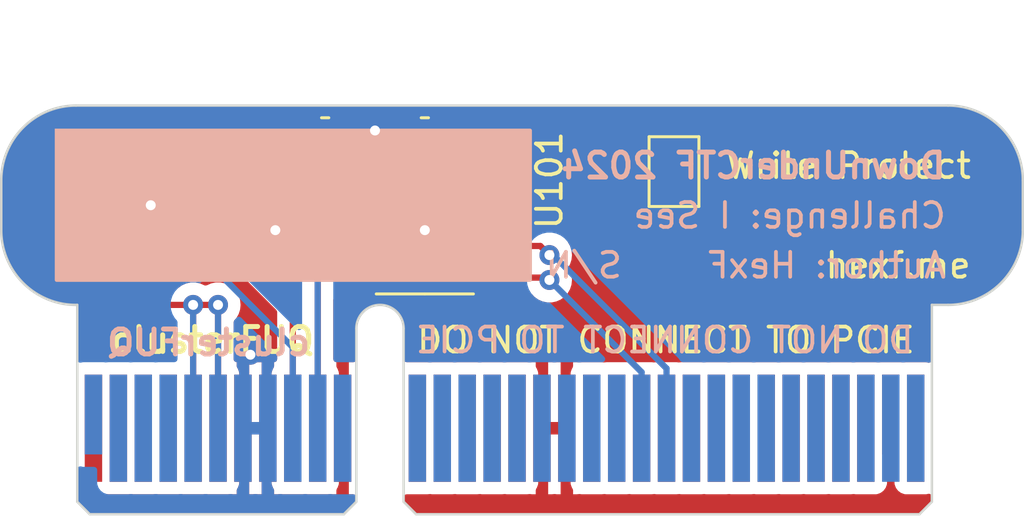
<source format=kicad_pcb>
(kicad_pcb (version 20240108) (generator "pcbnew") (generator_version "8.0")
  (layers (0 "F.Cu" signal) (31 "B.Cu" signal) (34 "B.Paste" user) (35 "F.Paste" user) (36 "B.SilkS" user "B.Silkscreen") (37 "F.SilkS" user "F.Silkscreen") (38 "B.Mask" user) (39 "F.Mask" user) (44 "Edge.Cuts" user))
  (net 0 "")
  (net 1 "Net-(JP101-B)")
  (net 23 "/SCL")
  (net 24 "/SDA")
  (net 32 "+5V_0")
  (net 43 "GND")
  (net 44 "+3V3")
  (net 45 "+5V")
  (net 46 "+AUX")
  (net 47 "+AUX_0")
  (net 48 "+AUX_1")
  (net 49 "+5V_1")
  (net 50 "+AUX_2")
  (net 52 "+5V_2")
  (net 53 "/CH_SCK")
  (net 54 "/CH_CS")
  (net 55 "/CH_MISO")
  (net 56 "/CH_MOSI")
  (footprint "Capacitor_SMD:C_0603_1608Metric_Pad1.08x0.95mm_HandSolder" (layer "F.Cu") (at 144 93 180)
    (property "Reference" "C101" (hide yes))
    (property "Value" "100nF")
    (fp_line (start -0.146267 0.51) (end 0.146267 0.51) (stroke (width 0.12)) (layer "F.SilkS"))
    (fp_line (start -0.146267 -0.51) (end 0.146267 -0.51) (stroke (width 0.12)) (layer "F.SilkS"))
    (pad "1" smd roundrect (at -0.8625 0 180) (size 1.075 0.95) (layers "F.Cu" "F.Paste" "F.Mask") (net 44 "+3V3"))
    (pad "2" smd roundrect (at 0.8625 0 180) (size 1.075 0.95) (layers "F.Cu" "F.Paste" "F.Mask") (net 43 "GND"))
  )
  (footprint "Connector_PCBEdge:BUS_PCIexpress_x4" (layer "F.Cu") (at 130.7 104.95)
    (property "Reference" "J1" (hide yes))
    (property "Value" "clusterFUQ_Connector")
    (fp_line (start -0.65 -4.95) (end -0.65 2.95) (stroke (width 0.1)) (layer "Edge.Cuts"))
    (fp_line (start -0.65 2.95) (end -0.15 3.45) (stroke (width 0.1)) (layer "Edge.Cuts"))
    (fp_line (start -0.15 3.45) (end 10.05 3.45) (stroke (width 0.1)) (layer "Edge.Cuts"))
    (fp_line (start 10.55 -4) (end 10.55 2.95) (stroke (width 0.1)) (layer "Edge.Cuts"))
    (fp_line (start 10.55 2.95) (end 10.05 3.45) (stroke (width 0.1)) (layer "Edge.Cuts"))
    (fp_line (start 12.45 -4) (end 12.45 2.95) (stroke (width 0.1)) (layer "Edge.Cuts"))
    (fp_line (start 12.45 2.95) (end 12.95 3.45) (stroke (width 0.1)) (layer "Edge.Cuts"))
    (fp_line (start 12.95 3.45) (end 33.15 3.45) (stroke (width 0.1)) (layer "Edge.Cuts"))
    (fp_line (start 33.65 -4.95) (end 33.65 2.95) (stroke (width 0.1)) (layer "Edge.Cuts"))
    (fp_line (start 33.65 2.95) (end 33.15 3.45) (stroke (width 0.1)) (layer "Edge.Cuts"))
    (fp_arc (start 10.55 -4) (mid 11.5 -4.95) (end 12.45 -4) (stroke (width 0.1)) (layer "Edge.Cuts"))
    (pad "A1" connect rect (at 0 -0.55) (size 0.7 3.2) (layers "B.Cu" "B.Mask") (net 50 "+AUX_2"))
    (pad "A2" connect rect (at 1 0) (size 0.7 4.3) (layers "B.Cu" "B.Mask") (net 47 "+AUX_0"))
    (pad "A3" connect rect (at 2 0) (size 0.7 4.3) (layers "B.Cu" "B.Mask") (net 49 "+5V_1"))
    (pad "A4" connect rect (at 3 0) (size 0.7 4.3) (layers "B.Cu" "B.Mask") (net 52 "+5V_2"))
    (pad "A5" connect rect (at 4 0) (size 0.7 4.3) (layers "B.Cu" "B.Mask") (net 44 "+3V3"))
    (pad "A6" connect rect (at 5 0) (size 0.7 4.3) (layers "B.Cu" "B.Mask") (net 44 "+3V3"))
    (pad "A7" connect rect (at 6 0) (size 0.7 4.3) (layers "B.Cu" "B.Mask") (net 43 "GND"))
    (pad "A8" connect rect (at 7 0) (size 0.7 4.3) (layers "B.Cu" "B.Mask") (net 43 "GND"))
    (pad "A9" connect rect (at 8 0) (size 0.7 4.3) (layers "B.Cu" "B.Mask") (net 55 "/CH_MISO"))
    (pad "A10" connect rect (at 9 0) (size 0.7 4.3) (layers "B.Cu" "B.Mask") (net 53 "/CH_SCK"))
    (pad "A11" connect rect (at 10 0) (size 0.7 4.3) (layers "B.Cu" "B.Mask"))
    (pad "A12" connect rect (at 13 0) (size 0.7 4.3) (layers "B.Cu" "B.Mask"))
    (pad "A13" connect rect (at 14 0) (size 0.7 4.3) (layers "B.Cu" "B.Mask"))
    (pad "A14" connect rect (at 15 0) (size 0.7 4.3) (layers "B.Cu" "B.Mask"))
    (pad "A15" connect rect (at 16 0) (size 0.7 4.3) (layers "B.Cu" "B.Mask"))
    (pad "A16" connect rect (at 17 0) (size 0.7 4.3) (layers "B.Cu" "B.Mask"))
    (pad "A17" connect rect (at 18 0) (size 0.7 4.3) (layers "B.Cu" "B.Mask"))
    (pad "A18" connect rect (at 19 0) (size 0.7 4.3) (layers "B.Cu" "B.Mask"))
    (pad "A19" connect rect (at 20 0) (size 0.7 4.3) (layers "B.Cu" "B.Mask"))
    (pad "A20" connect rect (at 21 0) (size 0.7 4.3) (layers "B.Cu" "B.Mask"))
    (pad "A21" connect rect (at 22 0) (size 0.7 4.3) (layers "B.Cu" "B.Mask") (net 24 "/SDA"))
    (pad "A22" connect rect (at 23 0) (size 0.7 4.3) (layers "B.Cu" "B.Mask") (net 23 "/SCL"))
    (pad "A23" connect rect (at 24 0) (size 0.7 4.3) (layers "B.Cu" "B.Mask"))
    (pad "A24" connect rect (at 25 0) (size 0.7 4.3) (layers "B.Cu" "B.Mask"))
    (pad "A25" connect rect (at 26 0) (size 0.7 4.3) (layers "B.Cu" "B.Mask"))
    (pad "A26" connect rect (at 27 0) (size 0.7 4.3) (layers "B.Cu" "B.Mask"))
    (pad "A27" connect rect (at 28 0) (size 0.7 4.3) (layers "B.Cu" "B.Mask"))
    (pad "A28" connect rect (at 29 0) (size 0.7 4.3) (layers "B.Cu" "B.Mask"))
    (pad "A29" connect rect (at 30 0) (size 0.7 4.3) (layers "B.Cu" "B.Mask"))
    (pad "A30" connect rect (at 31 0) (size 0.7 4.3) (layers "B.Cu" "B.Mask"))
    (pad "A31" connect rect (at 32 0) (size 0.7 4.3) (layers "B.Cu" "B.Mask"))
    (pad "A32" connect rect (at 33 0) (size 0.7 4.3) (layers "B.Cu" "B.Mask"))
    (pad "B1" connect rect (at 0 0) (size 0.7 4.3) (layers "F.Cu" "F.Mask") (net 48 "+AUX_1"))
    (pad "B2" connect rect (at 1 0) (size 0.7 4.3) (layers "F.Cu" "F.Mask") (net 46 "+AUX"))
    (pad "B3" connect rect (at 2 0) (size 0.7 4.3) (layers "F.Cu" "F.Mask") (net 32 "+5V_0"))
    (pad "B4" connect rect (at 3 0) (size 0.7 4.3) (layers "F.Cu" "F.Mask") (net 45 "+5V"))
    (pad "B5" connect rect (at 4 0) (size 0.7 4.3) (layers "F.Cu" "F.Mask") (net 44 "+3V3"))
    (pad "B6" connect rect (at 5 0) (size 0.7 4.3) (layers "F.Cu" "F.Mask") (net 44 "+3V3"))
    (pad "B7" connect rect (at 6 0) (size 0.7 4.3) (layers "F.Cu" "F.Mask") (net 43 "GND"))
    (pad "B8" connect rect (at 7 0) (size 0.7 4.3) (layers "F.Cu" "F.Mask") (net 43 "GND"))
    (pad "B9" connect rect (at 8 0) (size 0.7 4.3) (layers "F.Cu" "F.Mask") (net 56 "/CH_MOSI"))
    (pad "B10" connect rect (at 9 0) (size 0.7 4.3) (layers "F.Cu" "F.Mask") (net 54 "/CH_CS"))
    (pad "B11" connect rect (at 10 0) (size 0.7 4.3) (layers "F.Cu" "F.Mask") (net 43 "GND"))
    (pad "B12" connect rect (at 13 0) (size 0.7 4.3) (layers "F.Cu" "F.Mask"))
    (pad "B13" connect rect (at 14 0) (size 0.7 4.3) (layers "F.Cu" "F.Mask"))
    (pad "B14" connect rect (at 15 0) (size 0.7 4.3) (layers "F.Cu" "F.Mask"))
    (pad "B15" connect rect (at 16 0) (size 0.7 4.3) (layers "F.Cu" "F.Mask"))
    (pad "B16" connect rect (at 17 0) (size 0.7 4.3) (layers "F.Cu" "F.Mask"))
    (pad "B17" connect rect (at 18 0) (size 0.7 4.3) (layers "F.Cu" "F.Mask") (net 43 "GND"))
    (pad "B18" connect rect (at 19 0) (size 0.7 4.3) (layers "F.Cu" "F.Mask") (net 43 "GND"))
    (pad "B19" connect rect (at 20 0) (size 0.7 4.3) (layers "F.Cu" "F.Mask"))
    (pad "B20" connect rect (at 21 0) (size 0.7 4.3) (layers "F.Cu" "F.Mask"))
    (pad "B21" connect rect (at 22 0) (size 0.7 4.3) (layers "F.Cu" "F.Mask"))
    (pad "B22" connect rect (at 23 0) (size 0.7 4.3) (layers "F.Cu" "F.Mask"))
    (pad "B23" connect rect (at 24 0) (size 0.7 4.3) (layers "F.Cu" "F.Mask"))
    (pad "B24" connect rect (at 25 0) (size 0.7 4.3) (layers "F.Cu" "F.Mask"))
    (pad "B25" connect rect (at 26 0) (size 0.7 4.3) (layers "F.Cu" "F.Mask"))
    (pad "B26" connect rect (at 27 0) (size 0.7 4.3) (layers "F.Cu" "F.Mask"))
    (pad "B27" connect rect (at 28 0) (size 0.7 4.3) (layers "F.Cu" "F.Mask"))
    (pad "B28" connect rect (at 29 0) (size 0.7 4.3) (layers "F.Cu" "F.Mask"))
    (pad "B29" connect rect (at 30 0) (size 0.7 4.3) (layers "F.Cu" "F.Mask"))
    (pad "B30" connect rect (at 31 0) (size 0.7 4.3) (layers "F.Cu" "F.Mask"))
    (pad "B31" connect rect (at 32 -0.55) (size 0.7 3.2) (layers "F.Cu" "F.Mask"))
    (pad "B32" connect rect (at 33 0) (size 0.7 4.3) (layers "F.Cu" "F.Mask"))
  )
  (footprint "Jumper:SolderJumper-2_P1.3mm_Open_Pad1.0x1.5mm" (layer "F.Cu") (at 154 94.65 -90)
    (property "Reference" "JP101" (hide yes))
    (property "Value" "Jumper_2_Bridged")
    (fp_line (start -1.4 1) (end -1.4 -1) (stroke (width 0.12)) (layer "F.SilkS"))
    (fp_line (start 1.4 1) (end -1.4 1) (stroke (width 0.12)) (layer "F.SilkS"))
    (fp_line (start -1.4 -1) (end 1.4 -1) (stroke (width 0.12)) (layer "F.SilkS"))
    (fp_line (start 1.4 -1) (end 1.4 1) (stroke (width 0.12)) (layer "F.SilkS"))
    (pad "1" smd rect (at -0.65 0 270) (size 1 1.5) (layers "F.Cu" "F.Mask") (net 44 "+3V3"))
    (pad "2" smd rect (at 0.65 0 270) (size 1 1.5) (layers "F.Cu" "F.Mask") (net 1 "Net-(JP101-B)"))
  )
  (footprint "Package_SO:SOP-8_3.9x4.9mm_P1.27mm" (layer "F.Cu") (at 134 96)
    (property "Reference" "U102" (at 5 0 90) (layer "F.SilkS"))
    (property "Value" "NB25Q40A")
    (fp_line (start 0 -2.56) (end -1.95 -2.56) (stroke (width 0.12)) (layer "F.SilkS"))
    (fp_line (start 0 -2.56) (end 1.95 -2.56) (stroke (width 0.12)) (layer "F.SilkS"))
    (fp_line (start 0 2.56) (end -1.95 2.56) (stroke (width 0.12)) (layer "F.SilkS"))
    (fp_line (start 0 2.56) (end 1.95 2.56) (stroke (width 0.12)) (layer "F.SilkS"))
    (fp_poly (pts (xy -2.7 -2.465) (xy -2.94 -2.795) (xy -2.46 -2.795) (xy -2.7 -2.465)) (stroke (width 0.12)) (fill solid) (layer "F.SilkS"))
    (pad "1" smd roundrect (at -2.625 -1.905) (size 1.65 0.6) (layers "F.Cu" "F.Paste" "F.Mask") (net 54 "/CH_CS"))
    (pad "2" smd roundrect (at -2.625 -0.635) (size 1.65 0.6) (layers "F.Cu" "F.Paste" "F.Mask") (net 55 "/CH_MISO"))
    (pad "3" smd roundrect (at -2.625 0.635) (size 1.65 0.6) (layers "F.Cu" "F.Paste" "F.Mask"))
    (pad "4" smd roundrect (at -2.625 1.905) (size 1.65 0.6) (layers "F.Cu" "F.Paste" "F.Mask") (net 43 "GND"))
    (pad "5" smd roundrect (at 2.625 1.905) (size 1.65 0.6) (layers "F.Cu" "F.Paste" "F.Mask") (net 56 "/CH_MOSI"))
    (pad "6" smd roundrect (at 2.625 0.635) (size 1.65 0.6) (layers "F.Cu" "F.Paste" "F.Mask") (net 53 "/CH_SCK"))
    (pad "7" smd roundrect (at 2.625 -0.635) (size 1.65 0.6) (layers "F.Cu" "F.Paste" "F.Mask"))
    (pad "8" smd roundrect (at 2.625 -1.905) (size 1.65 0.6) (layers "F.Cu" "F.Paste" "F.Mask") (net 44 "+3V3"))
  )
  (footprint "Package_SO:SOIC-8_3.9x4.9mm_P1.27mm" (layer "F.Cu") (at 144 97)
    (property "Reference" "U101" (at 5 -2 90) (layer "F.SilkS"))
    (property "Value" "M24C02-WMN")
    (fp_line (start 0 -2.56) (end -1.95 -2.56) (stroke (width 0.12)) (layer "F.SilkS"))
    (fp_line (start 0 -2.56) (end 1.95 -2.56) (stroke (width 0.12)) (layer "F.SilkS"))
    (fp_line (start 0 2.56) (end -1.95 2.56) (stroke (width 0.12)) (layer "F.SilkS"))
    (fp_line (start 0 2.56) (end 1.95 2.56) (stroke (width 0.12)) (layer "F.SilkS"))
    (fp_poly (pts (xy -2.7 -2.465) (xy -2.94 -2.795) (xy -2.46 -2.795) (xy -2.7 -2.465)) (stroke (width 0.12)) (fill solid) (layer "F.SilkS"))
    (pad "1" smd roundrect (at -2.475 -1.905) (size 1.95 0.6) (layers "F.Cu" "F.Paste" "F.Mask") (net 44 "+3V3"))
    (pad "2" smd roundrect (at -2.475 -0.635) (size 1.95 0.6) (layers "F.Cu" "F.Paste" "F.Mask") (net 44 "+3V3"))
    (pad "3" smd roundrect (at -2.475 0.635) (size 1.95 0.6) (layers "F.Cu" "F.Paste" "F.Mask") (net 44 "+3V3"))
    (pad "4" smd roundrect (at -2.475 1.905) (size 1.95 0.6) (layers "F.Cu" "F.Paste" "F.Mask") (net 43 "GND"))
    (pad "5" smd roundrect (at 2.475 1.905) (size 1.95 0.6) (layers "F.Cu" "F.Paste" "F.Mask") (net 24 "/SDA"))
    (pad "6" smd roundrect (at 2.475 0.635) (size 1.95 0.6) (layers "F.Cu" "F.Paste" "F.Mask") (net 23 "/SCL"))
    (pad "7" smd roundrect (at 2.475 -0.635) (size 1.95 0.6) (layers "F.Cu" "F.Paste" "F.Mask") (net 1 "Net-(JP101-B)"))
    (pad "8" smd roundrect (at 2.475 -1.905) (size 1.95 0.6) (layers "F.Cu" "F.Paste" "F.Mask") (net 44 "+3V3"))
  )
  (footprint "Capacitor_SMD:C_0603_1608Metric_Pad1.08x0.95mm_HandSolder" (layer "F.Cu") (at 140 93)
    (property "Reference" "C102" (hide yes))
    (property "Value" "100nF")
    (fp_line (start -0.146267 -0.51) (end 0.146267 -0.51) (stroke (width 0.12)) (layer "F.SilkS"))
    (fp_line (start -0.146267 0.51) (end 0.146267 0.51) (stroke (width 0.12)) (layer "F.SilkS"))
    (pad "1" smd roundrect (at -0.8625 0) (size 1.075 0.95) (layers "F.Cu" "F.Paste" "F.Mask") (net 44 "+3V3"))
    (pad "2" smd roundrect (at 0.8625 0) (size 1.075 0.95) (layers "F.Cu" "F.Paste" "F.Mask") (net 43 "GND"))
  )
  (gr_rect (start 129.222618 93) (end 148.222618 99) (stroke (width 0.15)) (fill solid) (layer "B.SilkS"))
  (gr_arc (start 165 92) (mid 167.12132 92.87868) (end 168 95) (stroke (width 0.1)) (layer "Edge.Cuts"))
  (gr_line (start 130 92) (end 165 92) (stroke (width 0.1)) (layer "Edge.Cuts"))
  (gr_line (start 168 95) (end 168 97) (stroke (width 0.1)) (layer "Edge.Cuts"))
  (gr_arc (start 130.05 99.999999) (mid 127.896138 99.139219) (end 126.999584 97) (stroke (width 0.1)) (layer "Edge.Cuts"))
  (gr_line (start 127 97) (end 127 95) (stroke (width 0.1)) (layer "Edge.Cuts"))
  (gr_arc (start 168 97) (mid 167.12132 99.12132) (end 165 100) (stroke (width 0.1)) (layer "Edge.Cuts"))
  (gr_line (start 164.35 100) (end 165 100) (stroke (width 0.1)) (layer "Edge.Cuts"))
  (gr_arc (start 127 95) (mid 127.87868 92.87868) (end 130 92) (stroke (width 0.1)) (layer "Edge.Cuts"))
  (gr_text "S/N" (at 152 99 -0) (layer "B.SilkS") (effects (font (size 1 1)) (justify left bottom mirror)))
  (gr_text "Challenge: I See" (at 165 97 0) (layer "B.SilkS") (effects (font (size 1 1)) (justify left bottom mirror)))
  (gr_text "DO NOT CONNECT TO PCIE" (at 163.7 102 0) (layer "B.SilkS") (effects (font (size 1 1)) (justify left bottom mirror)))
  (gr_text "clusterFUQ" (at 139.5 102.1 0) (layer "B.SilkS") (effects (font (size 1 1) (thickness 0.2) (bold yes)) (justify left bottom mirror)))
  (gr_text "Author: HexF" (at 165 99 0) (layer "B.SilkS") (effects (font (size 1 1)) (justify left bottom mirror)))
  (gr_text "DownUnderCTF 2024" (at 165 95 0) (layer "B.SilkS") (effects (font (size 1 1) (thickness 0.2) (bold yes)) (justify left bottom mirror)))
  (gr_text "Write Protect" (at 156 95 0) (layer "F.SilkS") (effects (font (size 1 1)) (justify left bottom)))
  (gr_text "hexf.me" (at 166 99 0) (layer "F.SilkS") (effects (font (size 1 1)) (justify right bottom)))
  (gr_text "DO NOT CONNECT TO PCIE" (at 143.6 102 0) (layer "F.SilkS") (effects (font (size 1 1)) (justify left bottom)))
  (gr_text "clusterFUQ" (at 131.3 102 0) (layer "F.SilkS") (effects (font (size 1 1) (thickness 0.2) (bold yes)) (justify left bottom)))
  (segment (start 146.8625 96.675) (end 152.388604 96.675) (width 0.25) (layer "F.Cu") (net 1))
  (segment (start 153.763604 95.3) (end 154 95.3) (width 0.25) (layer "F.Cu") (net 1))
  (segment (start 152.388604 96.675) (end 153.763604 95.3) (width 0.25) (layer "F.Cu") (net 1))
  (segment (start 149 98) (end 148.635 97.635) (width 0.25) (layer "F.Cu") (net 23))
  (segment (start 148.635 97.635) (end 146.475 97.635) (width 0.25) (layer "F.Cu") (net 23))
  (via (at 149 98) (size 0.8) (drill 0.4) (layers "F.Cu" "B.Cu") (net 23))
  (segment (start 149.15 98) (end 149 98) (width 0.25) (layer "B.Cu") (net 23))
  (segment (start 153.7 104.95) (end 153.7 102.55) (width 0.25) (layer "B.Cu") (net 23))
  (segment (start 153.7 102.55) (end 149.15 98) (width 0.25) (layer "B.Cu") (net 23))
  (segment (start 146.475 98.905) (end 148.905 98.905) (width 0.25) (layer "F.Cu") (net 24))
  (segment (start 148.905 98.905) (end 149 99) (width 0.25) (layer "F.Cu") (net 24))
  (via (at 149 99) (size 0.8) (drill 0.4) (layers "F.Cu" "B.Cu") (net 24))
  (segment (start 152.7 102.7) (end 149 99) (width 0.25) (layer "B.Cu") (net 24))
  (segment (start 152.7 104.95) (end 152.7 102.7) (width 0.25) (layer "B.Cu") (net 24))
  (segment (start 142 93) (end 143.1375 93) (width 0.25) (layer "F.Cu") (net 43))
  (segment (start 142 93) (end 140.8625 93) (width 0.25) (layer "F.Cu") (net 43))
  (via (at 144 97) (size 0.8) (drill 0.4) (layers "F.Cu" "B.Cu") (net 43))
  (via (at 142 93) (size 0.8) (drill 0.4) (layers "F.Cu" "B.Cu") (net 43))
  (via (at 137 102) (size 0.8) (drill 0.4) (layers "F.Cu" "B.Cu") (net 43))
  (segment (start 130 99) (end 131 100) (width 0.25) (layer "F.Cu") (net 44))
  (segment (start 138.0425 94.095) (end 139.1375 93) (width 0.25) (layer "F.Cu") (net 44))
  (segment (start 142.7675 95.095) (end 144.8625 93) (width 0.25) (layer "F.Cu") (net 44))
  (segment (start 136.625 94.095) (end 138.0425 94.095) (width 0.25) (layer "F.Cu") (net 44))
  (segment (start 144.8625 93) (end 144.8625 93.4825) (width 0.25) (layer "F.Cu") (net 44))
  (segment (start 135.7 104.95) (end 135.7 100) (width 0.25) (layer "F.Cu") (net 44))
  (segment (start 141.525 95.095) (end 142.7675 95.095) (width 0.25) (layer "F.Cu") (net 44))
  (segment (start 135.7 100) (end 134.7 100) (width 0.25) (layer "F.Cu") (net 44))
  (segment (start 148 94) (end 154 94) (width 0.25) (layer "F.Cu") (net 44))
  (segment (start 147.57 94) (end 148 94) (width 0.25) (layer "F.Cu") (net 44))
  (segment (start 131 100) (end 134.7 100) (width 0.25) (layer "F.Cu") (net 44))
  (segment (start 144.8625 93.4825) (end 146.475 95.095) (width 0.25) (layer "F.Cu") (net 44))
  (segment (start 141.525 97.635) (end 141.525 95.095) (width 0.25) (layer "F.Cu") (net 44))
  (segment (start 136 93.47) (end 130.499092 93.47) (width 0.25) (layer "F.Cu") (net 44))
  (segment (start 130.499092 93.47) (end 130 93.969092) (width 0.25) (layer "F.Cu") (net 44))
  (segment (start 146.475 95.095) (end 147.57 94) (width 0.25) (layer "F.Cu") (net 44))
  (segment (start 134.7 104.95) (end 134.7 100) (width 0.25) (layer "F.Cu") (net 44))
  (segment (start 139.43 93) (end 141.525 95.095) (width 0.25) (layer "F.Cu") (net 44))
  (segment (start 136.625 94.095) (end 136 93.47) (width 0.25) (layer "F.Cu") (net 44))
  (segment (start 139.1375 93) (end 139.43 93) (width 0.25) (layer "F.Cu") (net 44))
  (segment (start 130 93.969092) (end 130 99) (width 0.25) (layer "F.Cu") (net 44))
  (via (at 135.7 100) (size 0.8) (drill 0.4) (layers "F.Cu" "B.Cu") (net 44))
  (via (at 134.7 100) (size 0.8) (drill 0.4) (layers "F.Cu" "B.Cu") (net 44))
  (segment (start 135.7 100) (end 135.7 104.95) (width 0.25) (layer "B.Cu") (net 44))
  (segment (start 134.7 100) (end 134.7 104.95) (width 0.25) (layer "B.Cu") (net 44))
  (segment (start 136.625 96.635) (end 137.635 96.635) (width 0.25) (layer "F.Cu") (net 53))
  (segment (start 137.635 96.635) (end 138 97) (width 0.25) (layer "F.Cu") (net 53))
  (via (at 138 97) (size 0.8) (drill 0.4) (layers "F.Cu" "B.Cu") (net 53))
  (segment (start 138 97) (end 139.7 98.7) (width 0.25) (layer "B.Cu") (net 53))
  (segment (start 139.7 98.7) (end 139.7 104.95) (width 0.25) (layer "B.Cu") (net 53))
  (segment (start 138.025305 96) (end 134.104999 96) (width 0.25) (layer "F.Cu") (net 54))
  (segment (start 139.7 104.95) (end 139.7 97.674695) (width 0.25) (layer "F.Cu") (net 54))
  (segment (start 139.7 97.674695) (end 138.025305 96) (width 0.25) (layer "F.Cu") (net 54))
  (segment (start 132.199999 94.095) (end 131.375 94.095) (width 0.25) (layer "F.Cu") (net 54))
  (segment (start 134.104999 96) (end 132.199999 94.095) (width 0.25) (layer "F.Cu") (net 54))
  (segment (start 132.365 95.365) (end 133 96) (width 0.25) (layer "F.Cu") (net 55))
  (segment (start 131.375 95.365) (end 132.365 95.365) (width 0.25) (layer "F.Cu") (net 55))
  (via (at 133 96) (size 0.8) (drill 0.4) (layers "F.Cu" "B.Cu") (net 55))
  (segment (start 138.7 101.7) (end 138.7 104.95) (width 0.25) (layer "B.Cu") (net 55))
  (segment (start 133 96) (end 138.7 101.7) (width 0.25) (layer "B.Cu") (net 55))
  (segment (start 136.625 97.905) (end 138.7 99.98) (width 0.25) (layer "F.Cu") (net 56))
  (segment (start 138.7 99.98) (end 138.7 104.95) (width 0.25) (layer "F.Cu") (net 56))
  (zone (net 43) (net_name "GND") (layers "F&B.Cu") (connect_pads (clearance 0.5)) (min_thickness 0.25) (fill yes (thermal_gap 0.5) (thermal_bridge_width 0.5))
    (polygon (pts (xy 127.05 92) (xy 127 108.85) (xy 168 109) (xy 168 92)))
  )
)
</source>
